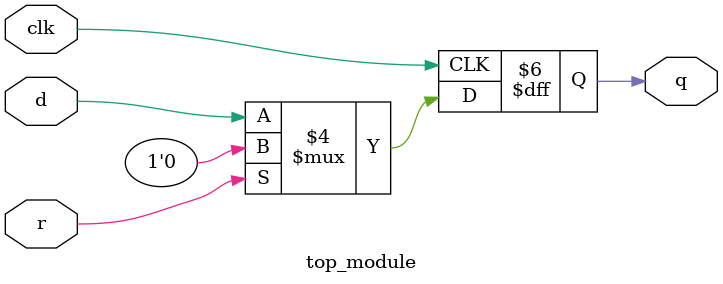
<source format=v>
module top_module (
    input clk,
    input d, 
    input r,   // synchronous reset
    output q);
    always@(posedge clk)
        begin 
            if(r == 0)
                q = d;
            else
                q = 0;
        end
endmodule

</source>
